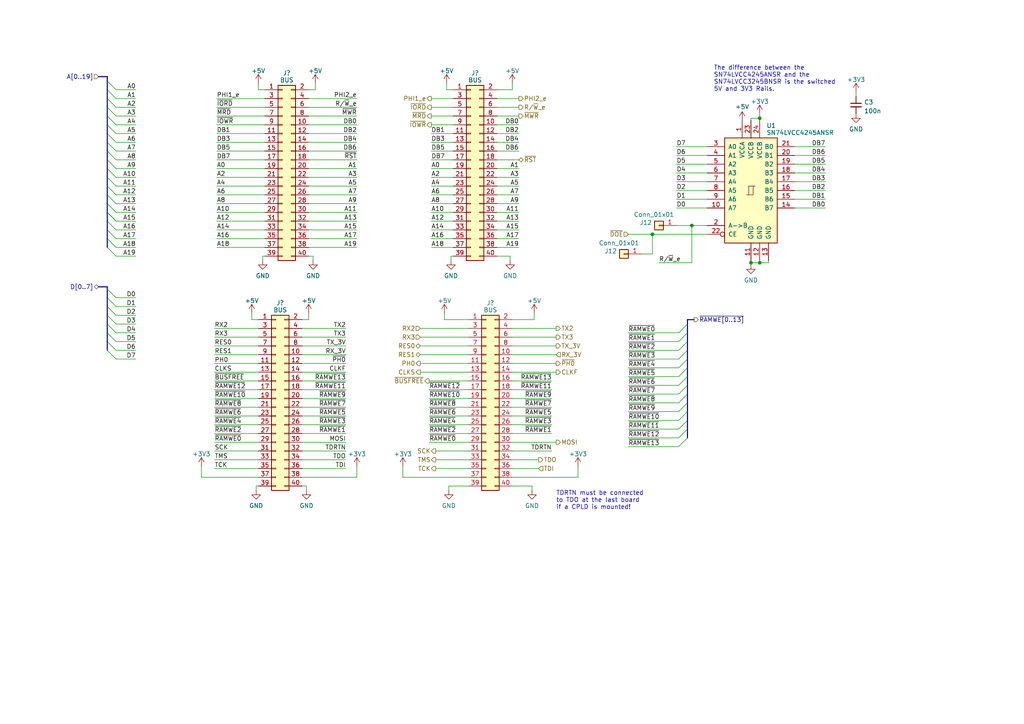
<source format=kicad_sch>
(kicad_sch (version 20230121) (generator eeschema)
  (paper "A4")
  (title_block (title "Unicomp v2 - empty Board") (date "2023-07-06") (rev "v1") (company "100% Offner") (comment 1 "v1: Initial"))
  (lib_symbols
    (symbol "+5V_1" (power) (pin_names (offset 0))
      (property "Value" "+5V_1" (at 0 3.556 0))
      (symbol "+5V_1_0_1"
        (polyline (pts (xy -0.762 1.27) (xy 0 2.54)))
        (polyline (pts (xy 0 0) (xy 0 2.54)))
        (polyline (pts (xy 0 2.54) (xy 0.762 1.27)))
      )
      (symbol "+5V_1_1_1"
        (pin power_in line (at 0 0 90) (length 0) hide (name "+5V") (number "1"))
      )
    )
    (symbol "Connector_Generic:Conn_01x01" (pin_names (offset 1.016) hide)
      (property "Reference" "J" (at 0 2.54 0))
      (property "Value" "Conn_01x01" (at 0 -2.54 0))
      (symbol "Conn_01x01_1_1"
        (rectangle (start -1.27 0.127) (end 0 -0.127) (stroke (width 0.1524)))
        (rectangle (start -1.27 1.27) (end 1.27 -1.27) (stroke (width 0.254)) (fill (type background)))
        (pin passive line (at -5.08 0 0) (length 3.81) (name "Pin_1") (number "1"))
      )
    )
    (symbol "Connector_Generic:Conn_02x20_Odd_Even" (pin_names (offset 1.016) hide)
      (property "Reference" "J" (at 1.27 25.4 0))
      (property "Value" "Conn_02x20_Odd_Even" (at 1.27 -27.94 0))
      (symbol "Conn_02x20_Odd_Even_1_1"
        (rectangle (start -1.27 -25.273) (end 0 -25.527) (stroke (width 0.1524)))
        (rectangle (start -1.27 -22.733) (end 0 -22.987) (stroke (width 0.1524)))
        (rectangle (start -1.27 -20.193) (end 0 -20.447) (stroke (width 0.1524)))
        (rectangle (start -1.27 -17.653) (end 0 -17.907) (stroke (width 0.1524)))
        (rectangle (start -1.27 -15.113) (end 0 -15.367) (stroke (width 0.1524)))
        (rectangle (start -1.27 -12.573) (end 0 -12.827) (stroke (width 0.1524)))
        (rectangle (start -1.27 -10.033) (end 0 -10.287) (stroke (width 0.1524)))
        (rectangle (start -1.27 -7.493) (end 0 -7.747) (stroke (width 0.1524)))
        (rectangle (start -1.27 -4.953) (end 0 -5.207) (stroke (width 0.1524)))
        (rectangle (start -1.27 -2.413) (end 0 -2.667) (stroke (width 0.1524)))
        (rectangle (start -1.27 0.127) (end 0 -0.127) (stroke (width 0.1524)))
        (rectangle (start -1.27 2.667) (end 0 2.413) (stroke (width 0.1524)))
        (rectangle (start -1.27 5.207) (end 0 4.953) (stroke (width 0.1524)))
        (rectangle (start -1.27 7.747) (end 0 7.493) (stroke (width 0.1524)))
        (rectangle (start -1.27 10.287) (end 0 10.033) (stroke (width 0.1524)))
        (rectangle (start -1.27 12.827) (end 0 12.573) (stroke (width 0.1524)))
        (rectangle (start -1.27 15.367) (end 0 15.113) (stroke (width 0.1524)))
        (rectangle (start -1.27 17.907) (end 0 17.653) (stroke (width 0.1524)))
        (rectangle (start -1.27 20.447) (end 0 20.193) (stroke (width 0.1524)))
        (rectangle (start -1.27 22.987) (end 0 22.733) (stroke (width 0.1524)))
        (rectangle (start -1.27 24.13) (end 3.81 -26.67) (stroke (width 0.254)) (fill (type background)))
        (rectangle (start 3.81 -25.273) (end 2.54 -25.527) (stroke (width 0.1524)))
        (rectangle (start 3.81 -22.733) (end 2.54 -22.987) (stroke (width 0.1524)))
        (rectangle (start 3.81 -20.193) (end 2.54 -20.447) (stroke (width 0.1524)))
        (rectangle (start 3.81 -17.653) (end 2.54 -17.907) (stroke (width 0.1524)))
        (rectangle (start 3.81 -15.113) (end 2.54 -15.367) (stroke (width 0.1524)))
        (rectangle (start 3.81 -12.573) (end 2.54 -12.827) (stroke (width 0.1524)))
        (rectangle (start 3.81 -10.033) (end 2.54 -10.287) (stroke (width 0.1524)))
        (rectangle (start 3.81 -7.493) (end 2.54 -7.747) (stroke (width 0.1524)))
        (rectangle (start 3.81 -4.953) (end 2.54 -5.207) (stroke (width 0.1524)))
        (rectangle (start 3.81 -2.413) (end 2.54 -2.667) (stroke (width 0.1524)))
        (rectangle (start 3.81 0.127) (end 2.54 -0.127) (stroke (width 0.1524)))
        (rectangle (start 3.81 2.667) (end 2.54 2.413) (stroke (width 0.1524)))
        (rectangle (start 3.81 5.207) (end 2.54 4.953) (stroke (width 0.1524)))
        (rectangle (start 3.81 7.747) (end 2.54 7.493) (stroke (width 0.1524)))
        (rectangle (start 3.81 10.287) (end 2.54 10.033) (stroke (width 0.1524)))
        (rectangle (start 3.81 12.827) (end 2.54 12.573) (stroke (width 0.1524)))
        (rectangle (start 3.81 15.367) (end 2.54 15.113) (stroke (width 0.1524)))
        (rectangle (start 3.81 17.907) (end 2.54 17.653) (stroke (width 0.1524)))
        (rectangle (start 3.81 20.447) (end 2.54 20.193) (stroke (width 0.1524)))
        (rectangle (start 3.81 22.987) (end 2.54 22.733) (stroke (width 0.1524)))
        (pin passive line (at -5.08 22.86 0) (length 3.81) (name "Pin_1") (number "1"))
        (pin passive line (at 7.62 12.7 180) (length 3.81) (name "Pin_10") (number "10"))
        (pin passive line (at -5.08 10.16 0) (length 3.81) (name "Pin_11") (number "11"))
        (pin passive line (at 7.62 10.16 180) (length 3.81) (name "Pin_12") (number "12"))
        (pin passive line (at -5.08 7.62 0) (length 3.81) (name "Pin_13") (number "13"))
        (pin passive line (at 7.62 7.62 180) (length 3.81) (name "Pin_14") (number "14"))
        (pin passive line (at -5.08 5.08 0) (length 3.81) (name "Pin_15") (number "15"))
        (pin passive line (at 7.62 5.08 180) (length 3.81) (name "Pin_16") (number "16"))
        (pin passive line (at -5.08 2.54 0) (length 3.81) (name "Pin_17") (number "17"))
        (pin passive line (at 7.62 2.54 180) (length 3.81) (name "Pin_18") (number "18"))
        (pin passive line (at -5.08 0 0) (length 3.81) (name "Pin_19") (number "19"))
        (pin passive line (at 7.62 22.86 180) (length 3.81) (name "Pin_2") (number "2"))
        (pin passive line (at 7.62 0 180) (length 3.81) (name "Pin_20") (number "20"))
        (pin passive line (at -5.08 -2.54 0) (length 3.81) (name "Pin_21") (number "21"))
        (pin passive line (at 7.62 -2.54 180) (length 3.81) (name "Pin_22") (number "22"))
        (pin passive line (at -5.08 -5.08 0) (length 3.81) (name "Pin_23") (number "23"))
        (pin passive line (at 7.62 -5.08 180) (length 3.81) (name "Pin_24") (number "24"))
        (pin passive line (at -5.08 -7.62 0) (length 3.81) (name "Pin_25") (number "25"))
        (pin passive line (at 7.62 -7.62 180) (length 3.81) (name "Pin_26") (number "26"))
        (pin passive line (at -5.08 -10.16 0) (length 3.81) (name "Pin_27") (number "27"))
        (pin passive line (at 7.62 -10.16 180) (length 3.81) (name "Pin_28") (number "28"))
        (pin passive line (at -5.08 -12.7 0) (length 3.81) (name "Pin_29") (number "29"))
        (pin passive line (at -5.08 20.32 0) (length 3.81) (name "Pin_3") (number "3"))
        (pin passive line (at 7.62 -12.7 180) (length 3.81) (name "Pin_30") (number "30"))
        (pin passive line (at -5.08 -15.24 0) (length 3.81) (name "Pin_31") (number "31"))
        (pin passive line (at 7.62 -15.24 180) (length 3.81) (name "Pin_32") (number "32"))
        (pin passive line (at -5.08 -17.78 0) (length 3.81) (name "Pin_33") (number "33"))
        (pin passive line (at 7.62 -17.78 180) (length 3.81) (name "Pin_34") (number "34"))
        (pin passive line (at -5.08 -20.32 0) (length 3.81) (name "Pin_35") (number "35"))
        (pin passive line (at 7.62 -20.32 180) (length 3.81) (name "Pin_36") (number "36"))
        (pin passive line (at -5.08 -22.86 0) (length 3.81) (name "Pin_37") (number "37"))
        (pin passive line (at 7.62 -22.86 180) (length 3.81) (name "Pin_38") (number "38"))
        (pin passive line (at -5.08 -25.4 0) (length 3.81) (name "Pin_39") (number "39"))
        (pin passive line (at 7.62 20.32 180) (length 3.81) (name "Pin_4") (number "4"))
        (pin passive line (at 7.62 -25.4 180) (length 3.81) (name "Pin_40") (number "40"))
        (pin passive line (at -5.08 17.78 0) (length 3.81) (name "Pin_5") (number "5"))
        (pin passive line (at 7.62 17.78 180) (length 3.81) (name "Pin_6") (number "6"))
        (pin passive line (at -5.08 15.24 0) (length 3.81) (name "Pin_7") (number "7"))
        (pin passive line (at 7.62 15.24 180) (length 3.81) (name "Pin_8") (number "8"))
        (pin passive line (at -5.08 12.7 0) (length 3.81) (name "Pin_9") (number "9"))
      )
    )
    (symbol "Device:C_Small" (pin_numbers hide) (pin_names (offset 0.254) hide)
      (property "Reference" "C" (at 0.254 1.778 0))
      (property "Value" "C_Small" (at 0.254 -2.032 0))
      (symbol "C_Small_0_1"
        (polyline (pts (xy -1.524 -0.508) (xy 1.524 -0.508)) (stroke (width 0.3302)))
        (polyline (pts (xy -1.524 0.508) (xy 1.524 0.508)) (stroke (width 0.3048)))
      )
      (symbol "C_Small_1_1"
        (pin passive line (at 0 2.54 270) (length 2.032) (name "~") (number "1"))
        (pin passive line (at 0 -2.54 90) (length 2.032) (name "~") (number "2"))
      )
    )
    (symbol "my_ics_new:74LVC4245" (pin_names (offset 1.016))
      (property "Reference" "U" (at -7.62 19.05 0))
      (property "Value" "74LVC4245" (at -10.16 16.51 0))
      (symbol "74LVC4245_1_0"
        (polyline (pts (xy -0.635 -1.27) (xy -0.635 1.27) (xy 0.635 1.27)))
        (polyline (pts (xy -1.27 -1.27) (xy 0.635 -1.27) (xy 0.635 1.27) (xy 1.27 1.27)))
        (pin power_in line (at -2.54 20.32 270) (length 5.08) (name "VCCA") (number "1"))
        (pin tri_state line (at -12.7 -5.08 0) (length 5.08) (name "A7") (number "10"))
        (pin power_in line (at 0 -20.32 90) (length 5.08) (name "GND") (number "11"))
        (pin power_in line (at 2.54 -20.32 90) (length 5.08) (name "GND") (number "12"))
        (pin power_in line (at 5.08 -20.32 90) (length 5.08) (name "GND") (number "13"))
        (pin tri_state line (at 12.7 -5.08 180) (length 5.08) (name "B7") (number "14"))
        (pin tri_state line (at 12.7 -2.54 180) (length 5.08) (name "B6") (number "15"))
        (pin tri_state line (at 12.7 0 180) (length 5.08) (name "B5") (number "16"))
        (pin tri_state line (at 12.7 2.54 180) (length 5.08) (name "B4") (number "17"))
        (pin tri_state line (at 12.7 5.08 180) (length 5.08) (name "B3") (number "18"))
        (pin tri_state line (at 12.7 7.62 180) (length 5.08) (name "B2") (number "19"))
        (pin input line (at -12.7 -10.16 0) (length 5.08) (name "A->B") (number "2"))
        (pin tri_state line (at 12.7 10.16 180) (length 5.08) (name "B1") (number "20"))
        (pin tri_state line (at 12.7 12.7 180) (length 5.08) (name "B0") (number "21"))
        (pin input inverted (at -12.7 -12.7 0) (length 5.08) (name "CE") (number "22"))
        (pin power_in line (at 0 20.32 270) (length 5.08) (name "VCCB") (number "23"))
        (pin power_in line (at 2.54 20.32 270) (length 5.08) (name "VCCB") (number "24"))
        (pin tri_state line (at -12.7 12.7 0) (length 5.08) (name "A0") (number "3"))
        (pin tri_state line (at -12.7 10.16 0) (length 5.08) (name "A1") (number "4"))
        (pin tri_state line (at -12.7 7.62 0) (length 5.08) (name "A2") (number "5"))
        (pin tri_state line (at -12.7 5.08 0) (length 5.08) (name "A3") (number "6"))
        (pin tri_state line (at -12.7 2.54 0) (length 5.08) (name "A4") (number "7"))
        (pin tri_state line (at -12.7 0 0) (length 5.08) (name "A5") (number "8"))
        (pin tri_state line (at -12.7 -2.54 0) (length 5.08) (name "A6") (number "9"))
      )
      (symbol "74LVC4245_1_1"
        (rectangle (start -7.62 15.24) (end 7.62 -15.24) (stroke (width 0.254)) (fill (type background)))
      )
    )
    (symbol "power:+3V3" (power) (pin_names (offset 0))
      (property "Value" "+3V3" (at 0 3.556 0))
      (symbol "+3V3_0_1"
        (polyline (pts (xy -0.762 1.27) (xy 0 2.54)))
        (polyline (pts (xy 0 0) (xy 0 2.54)))
        (polyline (pts (xy 0 2.54) (xy 0.762 1.27)))
      )
      (symbol "+3V3_1_1"
        (pin power_in line (at 0 0 90) (length 0) hide (name "+3V3") (number "1"))
      )
    )
    (symbol "power:+5V" (power) (pin_names (offset 0))
      (property "Value" "+5V" (at 0 3.556 0))
      (symbol "+5V_0_1"
        (polyline (pts (xy -0.762 1.27) (xy 0 2.54)))
        (polyline (pts (xy 0 0) (xy 0 2.54)))
        (polyline (pts (xy 0 2.54) (xy 0.762 1.27)))
      )
      (symbol "+5V_1_1"
        (pin power_in line (at 0 0 90) (length 0) hide (name "+5V") (number "1"))
      )
    )
    (symbol "power:GND" (power) (pin_names (offset 0))
      (property "Value" "GND" (at 0 -3.81 0))
      (symbol "GND_0_1"
        (polyline (pts (xy 0 0) (xy 0 -1.27) (xy 1.27 -1.27) (xy 0 -2.54) (xy -1.27 -1.27) (xy 0 -1.27)))
      )
      (symbol "GND_1_1"
        (pin power_in line (at 0 0 270) (length 0) hide (name "GND") (number "1"))
      )
    )
  )
  (junction (at 220.345 34.29))
  (junction (at 217.805 76.2))
  (junction (at 220.345 76.2))
  (junction (at 200.66 65.405))
  (junction (at 189.23 67.945))
  (bus_entry (at 199.39 114.3) (size -2.54 2.54))
  (bus_entry (at 31.115 56.515) (size 2.54 2.54))
  (bus_entry (at 31.115 48.895) (size 2.54 2.54))
  (bus_entry (at 31.115 33.655) (size 2.54 2.54))
  (bus_entry (at 199.39 106.68) (size -2.54 2.54))
  (bus_entry (at 199.39 104.14) (size -2.54 2.54))
  (bus_entry (at 199.39 99.06) (size -2.54 2.54))
  (bus_entry (at 31.115 61.595) (size 2.54 2.54))
  (bus_entry (at 31.115 71.755) (size 2.54 2.54))
  (bus_entry (at 31.115 91.44) (size 2.54 2.54))
  (bus_entry (at 31.115 83.82) (size 2.54 2.54))
  (bus_entry (at 31.115 99.06) (size 2.54 2.54))
  (bus_entry (at 199.39 127) (size -2.54 2.54))
  (bus_entry (at 31.115 36.195) (size 2.54 2.54))
  (bus_entry (at 31.115 23.495) (size 2.54 2.54))
  (bus_entry (at 31.115 66.675) (size 2.54 2.54))
  (bus_entry (at 31.115 53.975) (size 2.54 2.54))
  (bus_entry (at 199.39 101.6) (size -2.54 2.54))
  (bus_entry (at 31.115 43.815) (size 2.54 2.54))
  (bus_entry (at 31.115 86.36) (size 2.54 2.54))
  (bus_entry (at 31.115 41.275) (size 2.54 2.54))
  (bus_entry (at 31.115 46.355) (size 2.54 2.54))
  (bus_entry (at 31.115 38.735) (size 2.54 2.54))
  (bus_entry (at 199.39 93.98) (size -2.54 2.54))
  (bus_entry (at 31.115 31.115) (size 2.54 2.54))
  (bus_entry (at 31.115 28.575) (size 2.54 2.54))
  (bus_entry (at 199.39 116.84) (size -2.54 2.54))
  (bus_entry (at 199.39 111.76) (size -2.54 2.54))
  (bus_entry (at 199.39 109.22) (size -2.54 2.54))
  (bus_entry (at 199.39 119.38) (size -2.54 2.54))
  (bus_entry (at 31.115 96.52) (size 2.54 2.54))
  (bus_entry (at 31.115 26.035) (size 2.54 2.54))
  (bus_entry (at 31.115 88.9) (size 2.54 2.54))
  (bus_entry (at 199.39 96.52) (size -2.54 2.54))
  (bus_entry (at 31.115 51.435) (size 2.54 2.54))
  (bus_entry (at 31.115 61.595) (size 2.54 2.54))
  (bus_entry (at 31.115 69.215) (size 2.54 2.54))
  (bus_entry (at 199.39 124.46) (size -2.54 2.54))
  (bus_entry (at 31.115 59.055) (size 2.54 2.54))
  (bus_entry (at 199.39 121.92) (size -2.54 2.54))
  (bus_entry (at 31.115 93.98) (size 2.54 2.54))
  (bus_entry (at 31.115 64.135) (size 2.54 2.54))
  (bus_entry (at 31.115 101.6) (size 2.54 2.54))
  (wire (pts (xy 182.245 99.06) (xy 196.85 99.06)))
  (wire (pts (xy 76.2 75.565) (xy 76.2 74.295)))
  (bus (pts (xy 199.39 124.46) (xy 199.39 127)))
  (wire (pts (xy 144.145 59.055) (xy 150.495 59.055)))
  (wire (pts (xy 39.37 91.44) (xy 33.655 91.44)))
  (wire (pts (xy 220.345 34.29) (xy 220.345 34.925)))
  (wire (pts (xy 217.805 76.835) (xy 217.805 76.2)))
  (wire (pts (xy 87.63 120.65) (xy 100.33 120.65)))
  (wire (pts (xy 121.92 105.41) (xy 135.89 105.41)))
  (bus (pts (xy 31.115 91.44) (xy 31.115 88.9)))
  (bus (pts (xy 31.115 31.115) (xy 31.115 28.575)))
  (wire (pts (xy 124.46 125.73) (xy 135.89 125.73)))
  (wire (pts (xy 121.92 97.79) (xy 135.89 97.79)))
  (wire (pts (xy 62.865 51.435) (xy 76.835 51.435)))
  (wire (pts (xy 148.59 130.81) (xy 160.02 130.81)))
  (wire (pts (xy 73.025 90.805) (xy 73.025 92.71)))
  (wire (pts (xy 62.23 123.19) (xy 74.93 123.19)))
  (wire (pts (xy 39.37 104.14) (xy 33.655 104.14)))
  (wire (pts (xy 189.23 67.945) (xy 205.105 67.945)))
  (wire (pts (xy 125.095 33.655) (xy 131.445 33.655)))
  (wire (pts (xy 124.46 113.03) (xy 135.89 113.03)))
  (wire (pts (xy 62.865 48.895) (xy 76.835 48.895)))
  (wire (pts (xy 74.295 140.97) (xy 74.93 140.97)))
  (wire (pts (xy 220.345 76.2) (xy 222.885 76.2)))
  (wire (pts (xy 144.145 33.655) (xy 150.495 33.655)))
  (wire (pts (xy 116.84 138.43) (xy 135.89 138.43)))
  (wire (pts (xy 62.23 115.57) (xy 74.93 115.57)))
  (bus (pts (xy 199.39 111.76) (xy 199.39 114.3)))
  (wire (pts (xy 90.805 74.295) (xy 89.535 74.295)))
  (wire (pts (xy 62.865 38.735) (xy 76.835 38.735)))
  (wire (pts (xy 196.215 47.625) (xy 205.105 47.625)))
  (wire (pts (xy 182.245 109.22) (xy 196.85 109.22)))
  (wire (pts (xy 87.63 105.41) (xy 100.33 105.41)))
  (wire (pts (xy 124.46 118.11) (xy 135.89 118.11)))
  (bus (pts (xy 199.39 121.92) (xy 199.39 124.46)))
  (wire (pts (xy 148.59 105.41) (xy 161.29 105.41)))
  (wire (pts (xy 39.37 69.215) (xy 33.655 69.215)))
  (wire (pts (xy 125.095 43.815) (xy 131.445 43.815)))
  (wire (pts (xy 89.535 56.515) (xy 103.505 56.515)))
  (wire (pts (xy 130.175 142.24) (xy 130.175 140.97)))
  (wire (pts (xy 124.46 123.19) (xy 135.89 123.19)))
  (wire (pts (xy 126.365 130.81) (xy 135.89 130.81)))
  (wire (pts (xy 62.865 43.815) (xy 76.835 43.815)))
  (wire (pts (xy 144.145 48.895) (xy 150.495 48.895)))
  (wire (pts (xy 182.245 67.945) (xy 189.23 67.945)))
  (wire (pts (xy 144.145 31.115) (xy 150.495 31.115)))
  (wire (pts (xy 130.81 74.295) (xy 131.445 74.295)))
  (wire (pts (xy 124.46 110.49) (xy 135.89 110.49)))
  (wire (pts (xy 182.245 106.68) (xy 196.85 106.68)))
  (wire (pts (xy 125.095 71.755) (xy 131.445 71.755)))
  (wire (pts (xy 182.245 129.54) (xy 196.85 129.54)))
  (wire (pts (xy 148.59 125.73) (xy 160.02 125.73)))
  (wire (pts (xy 182.245 111.76) (xy 196.85 111.76)))
  (wire (pts (xy 87.63 128.27) (xy 100.33 128.27)))
  (wire (pts (xy 148.59 95.25) (xy 161.29 95.25)))
  (wire (pts (xy 144.145 28.575) (xy 150.495 28.575)))
  (bus (pts (xy 31.115 99.06) (xy 31.115 96.52)))
  (wire (pts (xy 89.535 48.895) (xy 103.505 48.895)))
  (wire (pts (xy 182.245 114.3) (xy 196.85 114.3)))
  (wire (pts (xy 147.955 74.295) (xy 144.145 74.295)))
  (bus (pts (xy 31.115 88.9) (xy 31.115 86.36)))
  (wire (pts (xy 125.095 69.215) (xy 131.445 69.215)))
  (wire (pts (xy 125.095 36.195) (xy 131.445 36.195)))
  (bus (pts (xy 199.39 104.14) (xy 199.39 106.68)))
  (wire (pts (xy 148.59 118.11) (xy 160.02 118.11)))
  (wire (pts (xy 39.37 36.195) (xy 33.655 36.195)))
  (wire (pts (xy 125.095 51.435) (xy 131.445 51.435)))
  (wire (pts (xy 217.805 76.2) (xy 217.805 75.565)))
  (wire (pts (xy 154.305 142.24) (xy 154.305 140.97)))
  (wire (pts (xy 39.37 56.515) (xy 33.655 56.515)))
  (wire (pts (xy 62.865 46.355) (xy 76.835 46.355)))
  (wire (pts (xy 182.245 124.46) (xy 196.85 124.46)))
  (bus (pts (xy 31.115 64.135) (xy 31.115 61.595)))
  (wire (pts (xy 39.37 61.595) (xy 33.655 61.595)))
  (wire (pts (xy 89.535 71.755) (xy 103.505 71.755)))
  (wire (pts (xy 89.535 92.71) (xy 87.63 92.71)))
  (wire (pts (xy 39.37 51.435) (xy 33.655 51.435)))
  (wire (pts (xy 144.145 61.595) (xy 150.495 61.595)))
  (wire (pts (xy 39.37 48.895) (xy 33.655 48.895)))
  (bus (pts (xy 31.115 43.815) (xy 31.115 41.275)))
  (wire (pts (xy 87.63 110.49) (xy 100.33 110.49)))
  (wire (pts (xy 144.145 69.215) (xy 150.495 69.215)))
  (wire (pts (xy 147.955 75.565) (xy 147.955 74.295)))
  (bus (pts (xy 31.115 86.36) (xy 31.115 83.82)))
  (wire (pts (xy 39.37 88.9) (xy 33.655 88.9)))
  (wire (pts (xy 87.63 102.87) (xy 100.33 102.87)))
  (wire (pts (xy 196.215 45.085) (xy 205.105 45.085)))
  (wire (pts (xy 128.905 90.805) (xy 128.905 92.71)))
  (wire (pts (xy 230.505 45.085) (xy 239.395 45.085)))
  (bus (pts (xy 31.115 69.215) (xy 31.115 66.675)))
  (wire (pts (xy 39.37 46.355) (xy 33.655 46.355)))
  (wire (pts (xy 39.37 96.52) (xy 33.655 96.52)))
  (wire (pts (xy 39.37 38.735) (xy 33.655 38.735)))
  (wire (pts (xy 148.59 97.79) (xy 161.29 97.79)))
  (wire (pts (xy 39.37 33.655) (xy 33.655 33.655)))
  (wire (pts (xy 148.59 135.89) (xy 156.21 135.89)))
  (bus (pts (xy 199.39 119.38) (xy 199.39 121.92)))
  (wire (pts (xy 196.215 57.785) (xy 205.105 57.785)))
  (wire (pts (xy 217.805 34.29) (xy 220.345 34.29)))
  (wire (pts (xy 62.23 95.25) (xy 74.93 95.25)))
  (wire (pts (xy 121.92 100.33) (xy 135.89 100.33)))
  (bus (pts (xy 31.115 38.735) (xy 31.115 36.195)))
  (wire (pts (xy 91.44 26.035) (xy 89.535 26.035)))
  (wire (pts (xy 87.63 135.89) (xy 100.33 135.89)))
  (wire (pts (xy 148.59 113.03) (xy 160.02 113.03)))
  (wire (pts (xy 62.23 135.89) (xy 74.93 135.89)))
  (wire (pts (xy 230.505 57.785) (xy 239.395 57.785)))
  (bus (pts (xy 199.39 114.3) (xy 199.39 116.84)))
  (wire (pts (xy 125.095 28.575) (xy 131.445 28.575)))
  (bus (pts (xy 31.115 93.98) (xy 31.115 91.44)))
  (wire (pts (xy 39.37 43.815) (xy 33.655 43.815)))
  (wire (pts (xy 88.9 140.97) (xy 87.63 140.97)))
  (wire (pts (xy 125.095 48.895) (xy 131.445 48.895)))
  (wire (pts (xy 189.23 73.66) (xy 189.23 67.945)))
  (wire (pts (xy 144.145 41.275) (xy 150.495 41.275)))
  (wire (pts (xy 144.145 51.435) (xy 150.495 51.435)))
  (wire (pts (xy 126.365 133.35) (xy 135.89 133.35)))
  (wire (pts (xy 125.095 66.675) (xy 131.445 66.675)))
  (wire (pts (xy 62.865 66.675) (xy 76.835 66.675)))
  (wire (pts (xy 144.145 64.135) (xy 150.495 64.135)))
  (wire (pts (xy 90.805 75.565) (xy 90.805 74.295)))
  (wire (pts (xy 87.63 123.19) (xy 100.33 123.19)))
  (wire (pts (xy 124.46 115.57) (xy 135.89 115.57)))
  (bus (pts (xy 31.115 51.435) (xy 31.115 48.895)))
  (wire (pts (xy 148.59 133.35) (xy 156.21 133.35)))
  (wire (pts (xy 62.23 125.73) (xy 74.93 125.73)))
  (wire (pts (xy 125.095 41.275) (xy 131.445 41.275)))
  (bus (pts (xy 31.115 53.975) (xy 31.115 51.435)))
  (wire (pts (xy 125.095 59.055) (xy 131.445 59.055)))
  (wire (pts (xy 39.37 64.135) (xy 33.655 64.135)))
  (bus (pts (xy 199.39 93.98) (xy 199.39 96.52)))
  (wire (pts (xy 182.245 116.84) (xy 196.85 116.84)))
  (bus (pts (xy 31.115 71.755) (xy 31.115 69.215)))
  (wire (pts (xy 89.535 61.595) (xy 103.505 61.595)))
  (wire (pts (xy 167.64 135.255) (xy 167.64 138.43)))
  (bus (pts (xy 31.115 48.895) (xy 31.115 46.355)))
  (wire (pts (xy 62.865 59.055) (xy 76.835 59.055)))
  (wire (pts (xy 39.37 99.06) (xy 33.655 99.06)))
  (wire (pts (xy 125.095 56.515) (xy 131.445 56.515)))
  (bus (pts (xy 31.115 28.575) (xy 31.115 26.035)))
  (wire (pts (xy 148.59 123.19) (xy 160.02 123.19)))
  (wire (pts (xy 121.92 107.95) (xy 135.89 107.95)))
  (wire (pts (xy 148.59 26.035) (xy 144.145 26.035)))
  (wire (pts (xy 62.23 97.79) (xy 74.93 97.79)))
  (wire (pts (xy 39.37 86.36) (xy 33.655 86.36)))
  (bus (pts (xy 31.115 83.185) (xy 28.575 83.185)))
  (wire (pts (xy 148.59 107.95) (xy 161.29 107.95)))
  (wire (pts (xy 62.865 64.135) (xy 76.835 64.135)))
  (wire (pts (xy 62.23 130.81) (xy 74.93 130.81)))
  (wire (pts (xy 89.535 51.435) (xy 103.505 51.435)))
  (wire (pts (xy 62.865 41.275) (xy 76.835 41.275)))
  (wire (pts (xy 196.215 42.545) (xy 205.105 42.545)))
  (wire (pts (xy 73.025 92.71) (xy 74.93 92.71)))
  (wire (pts (xy 89.535 59.055) (xy 103.505 59.055)))
  (wire (pts (xy 217.805 76.2) (xy 220.345 76.2)))
  (wire (pts (xy 89.535 46.355) (xy 103.505 46.355)))
  (wire (pts (xy 128.905 92.71) (xy 135.89 92.71)))
  (wire (pts (xy 148.59 100.33) (xy 161.29 100.33)))
  (bus (pts (xy 199.39 99.06) (xy 199.39 101.6)))
  (wire (pts (xy 129.54 24.13) (xy 129.54 26.035)))
  (bus (pts (xy 201.295 92.71) (xy 199.39 92.71)))
  (wire (pts (xy 39.37 74.295) (xy 33.655 74.295)))
  (wire (pts (xy 89.535 38.735) (xy 103.505 38.735)))
  (wire (pts (xy 230.505 60.325) (xy 239.395 60.325)))
  (wire (pts (xy 124.46 128.27) (xy 135.89 128.27)))
  (wire (pts (xy 89.535 41.275) (xy 103.505 41.275)))
  (wire (pts (xy 62.23 133.35) (xy 74.93 133.35)))
  (wire (pts (xy 62.23 128.27) (xy 74.93 128.27)))
  (wire (pts (xy 182.245 119.38) (xy 196.85 119.38)))
  (wire (pts (xy 58.42 138.43) (xy 74.93 138.43)))
  (wire (pts (xy 230.505 55.245) (xy 239.395 55.245)))
  (wire (pts (xy 182.245 101.6) (xy 196.85 101.6)))
  (wire (pts (xy 62.23 110.49) (xy 74.93 110.49)))
  (wire (pts (xy 196.215 65.405) (xy 200.66 65.405)))
  (bus (pts (xy 31.115 56.515) (xy 31.115 53.975)))
  (wire (pts (xy 222.885 76.2) (xy 222.885 75.565)))
  (wire (pts (xy 39.37 31.115) (xy 33.655 31.115)))
  (bus (pts (xy 199.39 109.22) (xy 199.39 111.76)))
  (wire (pts (xy 230.505 50.165) (xy 239.395 50.165)))
  (wire (pts (xy 148.59 120.65) (xy 160.02 120.65)))
  (wire (pts (xy 125.095 38.735) (xy 131.445 38.735)))
  (wire (pts (xy 74.93 26.035) (xy 76.835 26.035)))
  (wire (pts (xy 74.295 142.24) (xy 74.295 140.97)))
  (wire (pts (xy 124.46 120.65) (xy 135.89 120.65)))
  (wire (pts (xy 200.66 65.405) (xy 205.105 65.405)))
  (wire (pts (xy 89.535 36.195) (xy 103.505 36.195)))
  (bus (pts (xy 31.115 46.355) (xy 31.115 43.815)))
  (wire (pts (xy 89.535 31.115) (xy 103.505 31.115)))
  (bus (pts (xy 199.39 101.6) (xy 199.39 104.14)))
  (wire (pts (xy 230.505 52.705) (xy 239.395 52.705)))
  (wire (pts (xy 87.63 130.81) (xy 100.33 130.81)))
  (wire (pts (xy 144.145 38.735) (xy 150.495 38.735)))
  (wire (pts (xy 230.505 47.625) (xy 239.395 47.625)))
  (wire (pts (xy 144.145 66.675) (xy 150.495 66.675)))
  (wire (pts (xy 89.535 90.805) (xy 89.535 92.71)))
  (wire (pts (xy 200.66 76.2) (xy 200.66 65.405)))
  (wire (pts (xy 130.175 140.97) (xy 135.89 140.97)))
  (wire (pts (xy 182.245 121.92) (xy 196.85 121.92)))
  (wire (pts (xy 196.215 60.325) (xy 205.105 60.325)))
  (wire (pts (xy 148.59 138.43) (xy 167.64 138.43)))
  (wire (pts (xy 148.59 115.57) (xy 160.02 115.57)))
  (wire (pts (xy 144.145 56.515) (xy 150.495 56.515)))
  (wire (pts (xy 87.63 138.43) (xy 103.505 138.43)))
  (wire (pts (xy 62.865 71.755) (xy 76.835 71.755)))
  (bus (pts (xy 199.39 92.71) (xy 199.39 93.98)))
  (wire (pts (xy 217.805 34.925) (xy 217.805 34.29)))
  (wire (pts (xy 76.2 74.295) (xy 76.835 74.295)))
  (wire (pts (xy 87.63 115.57) (xy 100.33 115.57)))
  (wire (pts (xy 62.23 105.41) (xy 74.93 105.41)))
  (wire (pts (xy 220.345 33.02) (xy 220.345 34.29)))
  (wire (pts (xy 182.245 104.14) (xy 196.85 104.14)))
  (wire (pts (xy 62.865 56.515) (xy 76.835 56.515)))
  (wire (pts (xy 186.055 73.66) (xy 189.23 73.66)))
  (wire (pts (xy 88.9 142.24) (xy 88.9 140.97)))
  (wire (pts (xy 62.23 102.87) (xy 74.93 102.87)))
  (wire (pts (xy 148.59 110.49) (xy 160.02 110.49)))
  (wire (pts (xy 148.59 102.87) (xy 161.29 102.87)))
  (wire (pts (xy 154.94 90.805) (xy 154.94 92.71)))
  (wire (pts (xy 62.23 118.11) (xy 74.93 118.11)))
  (wire (pts (xy 39.37 59.055) (xy 33.655 59.055)))
  (wire (pts (xy 196.215 52.705) (xy 205.105 52.705)))
  (bus (pts (xy 199.39 116.84) (xy 199.39 119.38)))
  (wire (pts (xy 230.505 42.545) (xy 239.395 42.545)))
  (wire (pts (xy 91.44 24.13) (xy 91.44 26.035)))
  (wire (pts (xy 87.63 118.11) (xy 100.33 118.11)))
  (wire (pts (xy 144.145 43.815) (xy 150.495 43.815)))
  (wire (pts (xy 89.535 33.655) (xy 103.505 33.655)))
  (wire (pts (xy 144.145 71.755) (xy 150.495 71.755)))
  (wire (pts (xy 62.23 100.33) (xy 74.93 100.33)))
  (wire (pts (xy 121.92 102.87) (xy 135.89 102.87)))
  (wire (pts (xy 39.37 93.98) (xy 33.655 93.98)))
  (wire (pts (xy 62.865 36.195) (xy 76.835 36.195)))
  (wire (pts (xy 103.505 135.255) (xy 103.505 138.43)))
  (wire (pts (xy 39.37 101.6) (xy 33.655 101.6)))
  (bus (pts (xy 31.115 36.195) (xy 31.115 33.655)))
  (wire (pts (xy 87.63 100.33) (xy 100.33 100.33)))
  (wire (pts (xy 144.145 53.975) (xy 150.495 53.975)))
  (wire (pts (xy 182.245 127) (xy 196.85 127)))
  (wire (pts (xy 39.37 41.275) (xy 33.655 41.275)))
  (wire (pts (xy 39.37 28.575) (xy 33.655 28.575)))
  (wire (pts (xy 87.63 107.95) (xy 100.33 107.95)))
  (wire (pts (xy 87.63 95.25) (xy 100.33 95.25)))
  (wire (pts (xy 62.23 120.65) (xy 74.93 120.65)))
  (wire (pts (xy 89.535 66.675) (xy 103.505 66.675)))
  (wire (pts (xy 196.215 55.245) (xy 205.105 55.245)))
  (wire (pts (xy 129.54 26.035) (xy 131.445 26.035)))
  (wire (pts (xy 121.92 95.25) (xy 135.89 95.25)))
  (wire (pts (xy 125.095 53.975) (xy 131.445 53.975)))
  (wire (pts (xy 126.365 135.89) (xy 135.89 135.89)))
  (wire (pts (xy 74.93 24.13) (xy 74.93 26.035)))
  (bus (pts (xy 31.115 59.055) (xy 31.115 56.515)))
  (wire (pts (xy 125.095 64.135) (xy 131.445 64.135)))
  (wire (pts (xy 62.865 69.215) (xy 76.835 69.215)))
  (wire (pts (xy 87.63 125.73) (xy 100.33 125.73)))
  (wire (pts (xy 191.135 76.2) (xy 200.66 76.2)))
  (bus (pts (xy 31.115 41.275) (xy 31.115 38.735)))
  (wire (pts (xy 220.345 76.2) (xy 220.345 75.565)))
  (bus (pts (xy 31.115 26.035) (xy 31.115 23.495)))
  (bus (pts (xy 199.39 96.52) (xy 199.39 99.06)))
  (wire (pts (xy 154.305 140.97) (xy 148.59 140.97)))
  (bus (pts (xy 31.115 61.595) (xy 31.115 59.055)))
  (wire (pts (xy 39.37 71.755) (xy 33.655 71.755)))
  (wire (pts (xy 62.865 28.575) (xy 76.835 28.575)))
  (wire (pts (xy 39.37 66.675) (xy 33.655 66.675)))
  (bus (pts (xy 31.115 23.495) (xy 31.115 22.225)))
  (wire (pts (xy 58.42 135.255) (xy 58.42 138.43)))
  (wire (pts (xy 62.23 107.95) (xy 74.93 107.95)))
  (wire (pts (xy 182.245 96.52) (xy 196.85 96.52)))
  (wire (pts (xy 62.865 53.975) (xy 76.835 53.975)))
  (wire (pts (xy 62.865 33.655) (xy 76.835 33.655)))
  (bus (pts (xy 31.115 96.52) (xy 31.115 93.98)))
  (wire (pts (xy 62.865 31.115) (xy 76.835 31.115)))
  (wire (pts (xy 248.285 26.67) (xy 248.285 27.94)))
  (wire (pts (xy 39.37 26.035) (xy 33.655 26.035)))
  (bus (pts (xy 31.115 83.82) (xy 31.115 83.185)))
  (wire (pts (xy 125.095 31.115) (xy 131.445 31.115)))
  (wire (pts (xy 89.535 53.975) (xy 103.505 53.975)))
  (wire (pts (xy 125.095 61.595) (xy 131.445 61.595)))
  (wire (pts (xy 144.145 36.195) (xy 150.495 36.195)))
  (bus (pts (xy 31.115 101.6) (xy 31.115 99.06)))
  (wire (pts (xy 89.535 64.135) (xy 103.505 64.135)))
  (wire (pts (xy 154.94 92.71) (xy 148.59 92.71)))
  (wire (pts (xy 87.63 133.35) (xy 100.33 133.35)))
  (wire (pts (xy 130.81 75.565) (xy 130.81 74.295)))
  (wire (pts (xy 148.59 128.27) (xy 161.29 128.27)))
  (bus (pts (xy 31.115 66.675) (xy 31.115 64.135)))
  (wire (pts (xy 62.23 113.03) (xy 74.93 113.03)))
  (wire (pts (xy 148.59 24.13) (xy 148.59 26.035)))
  (wire (pts (xy 89.535 28.575) (xy 103.505 28.575)))
  (wire (pts (xy 196.215 50.165) (xy 205.105 50.165)))
  (wire (pts (xy 87.63 97.79) (xy 100.33 97.79)))
  (wire (pts (xy 144.145 46.355) (xy 150.495 46.355)))
  (bus (pts (xy 31.115 22.225) (xy 28.575 22.225)))
  (wire (pts (xy 87.63 113.03) (xy 100.33 113.03)))
  (wire (pts (xy 116.84 135.255) (xy 116.84 138.43)))
  (wire (pts (xy 89.535 69.215) (xy 103.505 69.215)))
  (wire (pts (xy 62.865 61.595) (xy 76.835 61.595)))
  (bus (pts (xy 199.39 106.68) (xy 199.39 109.22)))
  (wire (pts (xy 39.37 53.975) (xy 33.655 53.975)))
  (wire (pts (xy 125.095 46.355) (xy 131.445 46.355)))
  (wire (pts (xy 89.535 43.815) (xy 103.505 43.815)))
  (bus (pts (xy 31.115 33.655) (xy 31.115 31.115)))
  (text "TDRTN must be connected \nto TDO at the last board\nif a CPLD is mounted!" (at 161.29 147.955 0) (effects (font (size 1.27 1.27)) (justify left bottom)))
  (text "The difference between the \nSN74LVCC4245ANSR and the\nSN74LVCC3245BNSR is the switched\n5V and 3V3 Rails." (at 207.01 26.67 0) (effects (font (size 1.27 1.27)) (justify left bottom)))
  (label "~{RAMWE5}" (at 160.02 120.65 180))
  (label "DB0" (at 239.395 60.325 180))
  (label "TDRTN" (at 160.02 130.81 180))
  (label "D0" (at 196.215 60.325 0))
  (label "DB7" (at 62.865 46.355 0))
  (label "DB5" (at 125.095 43.815 0))
  (label "DB4" (at 239.395 50.165 180))
  (label "~{BUSFREE}" (at 62.23 110.49 0))
  (label "A0" (at 39.37 26.035 180))
  (label "~{RAMWE10}" (at 182.245 121.92 0))
  (label "A17" (at 39.37 69.215 180))
  (label "A15" (at 150.495 66.675 180))
  (label "~{RAMWE9}" (at 182.245 119.38 0))
  (label "DB4" (at 103.505 41.275 180))
  (label "A16" (at 62.865 69.215 0))
  (label "A2" (at 125.095 51.435 0))
  (label "DB0" (at 103.505 36.195 180))
  (label "D1" (at 196.215 57.785 0))
  (label "A18" (at 125.095 71.755 0))
  (label "RX3" (at 62.23 97.79 0))
  (label "DB5" (at 239.395 47.625 180))
  (label "A1" (at 150.495 48.895 180))
  (label "RES0" (at 62.23 100.33 0))
  (label "~{RAMWE3}" (at 182.245 104.14 0))
  (label "A14" (at 125.095 66.675 0))
  (label "D5" (at 196.215 47.625 0))
  (label "DB1" (at 239.395 57.785 180))
  (label "D2" (at 39.37 91.44 180))
  (label "~{RAMWE1}" (at 160.02 125.73 180))
  (label "~{RAMWE0}" (at 124.46 128.27 0))
  (label "D7" (at 39.37 104.14 180))
  (label "~{RAMWE1}" (at 182.245 99.06 0))
  (label "A5" (at 39.37 38.735 180))
  (label "A15" (at 39.37 64.135 180))
  (label "DB1" (at 125.095 38.735 0))
  (label "A9" (at 39.37 48.895 180))
  (label "~{RAMWE3}" (at 160.02 123.19 180))
  (label "DB4" (at 150.495 41.275 180))
  (label "TX2" (at 100.33 95.25 180))
  (label "RES1" (at 62.23 102.87 0))
  (label "~{RAMWE11}" (at 100.33 113.03 180))
  (label "D5" (at 39.37 99.06 180))
  (label "~{RAMWE11}" (at 160.02 113.03 180))
  (label "~{RAMWE0}" (at 182.245 96.52 0))
  (label "TDO" (at 100.33 133.35 180))
  (label "~{RAMWE13}" (at 160.02 110.49 180))
  (label "A11" (at 39.37 53.975 180))
  (label "PHI1_e" (at 62.865 28.575 0))
  (label "~{RAMWE2}" (at 62.23 125.73 0))
  (label "~{RAMWE7}" (at 100.33 118.11 180))
  (label "A18" (at 62.865 71.755 0))
  (label "DB3" (at 239.395 52.705 180))
  (label "DB7" (at 239.395 42.545 180))
  (label "~{RAMWE4}" (at 182.245 106.68 0))
  (label "A13" (at 150.495 64.135 180))
  (label "A0" (at 62.865 48.895 0))
  (label "~{MWR}" (at 103.505 33.655 180))
  (label "~{RAMWE5}" (at 100.33 120.65 180))
  (label "A15" (at 103.505 66.675 180))
  (label "TDRTN" (at 100.33 130.81 180))
  (label "A10" (at 39.37 51.435 180))
  (label "A5" (at 150.495 53.975 180))
  (label "DB6" (at 239.395 45.085 180))
  (label "TCK" (at 62.23 135.89 0))
  (label "~{RST}" (at 103.505 46.355 180))
  (label "~{RAMWE4}" (at 124.46 123.19 0))
  (label "~{RAMWE6}" (at 182.245 111.76 0))
  (label "~{RAMWE9}" (at 160.02 115.57 180))
  (label "A11" (at 150.495 61.595 180))
  (label "DB3" (at 62.865 41.275 0))
  (label "A19" (at 150.495 71.755 180))
  (label "TX_3V" (at 100.33 100.33 180))
  (label "D0" (at 39.37 86.36 180))
  (label "A7" (at 39.37 43.815 180))
  (label "A4" (at 125.095 53.975 0))
  (label "R{slash}~{W}_e" (at 103.505 31.115 180))
  (label "~{RAMWE8}" (at 182.245 116.84 0))
  (label "~{RAMWE10}" (at 62.23 115.57 0))
  (label "~{PH0}" (at 100.33 105.41 180))
  (label "A10" (at 125.095 61.595 0))
  (label "PHI2_e" (at 103.505 28.575 180))
  (label "~{RAMWE13}" (at 182.245 129.54 0))
  (label "~{RAMWE12}" (at 124.46 113.03 0))
  (label "~{RAMWE6}" (at 124.46 120.65 0))
  (label "A8" (at 125.095 59.055 0))
  (label "~{RAMWE8}" (at 62.23 118.11 0))
  (label "~{RAMWE9}" (at 100.33 115.57 180))
  (label "~{IORD}" (at 62.865 31.115 0))
  (label "D6" (at 196.215 45.085 0))
  (label "A17" (at 103.505 69.215 180))
  (label "A3" (at 150.495 51.435 180))
  (label "A16" (at 125.095 69.215 0))
  (label "A3" (at 39.37 33.655 180))
  (label "DB6" (at 103.505 43.815 180))
  (label "A9" (at 150.495 59.055 180))
  (label "A11" (at 103.505 61.595 180))
  (label "A13" (at 103.505 64.135 180))
  (label "CLKF" (at 100.33 107.95 180))
  (label "~{RAMWE0}" (at 62.23 128.27 0))
  (label "A12" (at 39.37 56.515 180))
  (label "DB7" (at 125.095 46.355 0))
  (label "D1" (at 39.37 88.9 180))
  (label "~{RAMWE10}" (at 124.46 115.57 0))
  (label "D3" (at 39.37 93.98 180))
  (label "~{IOWR}" (at 62.865 36.195 0))
  (label "A4" (at 39.37 36.195 180))
  (label "DB3" (at 125.095 41.275 0))
  (label "~{RAMWE13}" (at 100.33 110.49 180))
  (label "A10" (at 62.865 61.595 0))
  (label "DB2" (at 150.495 38.735 180))
  (label "A7" (at 150.495 56.515 180))
  (label "A14" (at 39.37 61.595 180))
  (label "D4" (at 196.215 50.165 0))
  (label "~{RAMWE6}" (at 62.23 120.65 0))
  (label "MOSI" (at 100.33 128.27 180))
  (label "D7" (at 196.215 42.545 0))
  (label "~{RAMWE12}" (at 62.23 113.03 0))
  (label "A2" (at 39.37 31.115 180))
  (label "A6" (at 125.095 56.515 0))
  (label "~{RAMWE2}" (at 124.46 125.73 0))
  (label "DB6" (at 150.495 43.815 180))
  (label "A8" (at 62.865 59.055 0))
  (label "A14" (at 62.865 66.675 0))
  (label "~{RAMWE3}" (at 100.33 123.19 180))
  (label "A9" (at 103.505 59.055 180))
  (label "A7" (at 103.505 56.515 180))
  (label "A13" (at 39.37 59.055 180))
  (label "A5" (at 103.505 53.975 180))
  (label "A3" (at 103.505 51.435 180))
  (label "DB2" (at 239.395 55.245 180))
  (label "A12" (at 125.095 64.135 0))
  (label "DB5" (at 62.865 43.815 0))
  (label "A18" (at 39.37 71.755 180))
  (label "TDI" (at 100.33 135.89 180))
  (label "A19" (at 103.505 71.755 180))
  (label "~{RAMWE2}" (at 182.245 101.6 0))
  (label "~{RAMWE11}" (at 182.245 124.46 0))
  (label "D3" (at 196.215 52.705 0))
  (label "RX2" (at 62.23 95.25 0))
  (label "~{RAMWE5}" (at 182.245 109.22 0))
  (label "TX3" (at 100.33 97.79 180))
  (label "SCK" (at 62.23 130.81 0))
  (label "~{RAMWE12}" (at 182.245 127 0))
  (label "A0" (at 125.095 48.895 0))
  (label "D6" (at 39.37 101.6 180))
  (label "D4" (at 39.37 96.52 180))
  (label "TMS" (at 62.23 133.35 0))
  (label "RX_3V" (at 100.33 102.87 180))
  (label "DB2" (at 103.505 38.735 180))
  (label "~{MRD}" (at 62.865 33.655 0))
  (label "A17" (at 150.495 69.215 180))
  (label "A6" (at 39.37 41.275 180))
  (label "R{slash}~{W}_e" (at 191.135 76.2 0))
  (label "DB0" (at 150.495 36.195 180))
  (label "~{RAMWE7}" (at 160.02 118.11 180))
  (label "PH0" (at 62.23 105.41 0))
  (label "D2" (at 196.215 55.245 0))
  (label "~{RAMWE1}" (at 100.33 125.73 180))
  (label "A6" (at 62.865 56.515 0))
  (label "A1" (at 103.505 48.895 180))
  (label "A2" (at 62.865 51.435 0))
  (label "A19" (at 39.37 74.295 180))
  (label "CLKS" (at 62.23 107.95 0))
  (label "A12" (at 62.865 64.135 0))
  (label "A4" (at 62.865 53.975 0))
  (label "~{RAMWE4}" (at 62.23 123.19 0))
  (label "A16" (at 39.37 66.675 180))
  (label "~{RAMWE7}" (at 182.245 114.3 0))
  (label "~{RAMWE8}" (at 124.46 118.11 0))
  (label "A8" (at 39.37 46.355 180))
  (label "A1" (at 39.37 28.575 180))
  (label "DB1" (at 62.865 38.735 0))
  (hierarchical_label "~{MRD}" (shape output) (at 125.095 33.655 180))
  (hierarchical_label "TCK" (shape output) (at 126.365 135.89 180))
  (hierarchical_label "RX3" (shape input) (at 121.92 97.79 180))
  (hierarchical_label "CLKS" (shape output) (at 121.92 107.95 180))
  (hierarchical_label "D[0..7]" (shape bidirectional) (at 28.575 83.185 180))
  (hierarchical_label "~{BUSFREE}" (shape output) (at 124.46 110.49 180))
  (hierarchical_label "~{MWR}" (shape output) (at 150.495 33.655 0))
  (hierarchical_label "MOSI" (shape output) (at 161.29 128.27 0))
  (hierarchical_label "~{IOWR}" (shape output) (at 125.095 36.195 180))
  (hierarchical_label "~{IORD}" (shape output) (at 125.095 31.115 180))
  (hierarchical_label "A[0..19]" (shape input) (at 28.575 22.225 180))
  (hierarchical_label "R{slash}~{W}_e" (shape output) (at 150.495 31.115 0))
  (hierarchical_label "RES1" (shape bidirectional) (at 121.92 102.87 180))
  (hierarchical_label "~{PH0}" (shape output) (at 161.29 105.41 0))
  (hierarchical_label "PHI1_e" (shape output) (at 125.095 28.575 180))
  (hierarchical_label "RX_3V" (shape input) (at 161.29 102.87 0))
  (hierarchical_label "TX_3V" (shape output) (at 161.29 100.33 0))
  (hierarchical_label "TX3" (shape output) (at 161.29 97.79 0))
  (hierarchical_label "CLKF" (shape output) (at 161.29 107.95 0))
  (hierarchical_label "TDO" (shape output) (at 156.21 133.35 0))
  (hierarchical_label "TMS" (shape output) (at 126.365 133.35 180))
  (hierarchical_label "TDI" (shape input) (at 156.21 135.89 0))
  (hierarchical_label "PH0" (shape output) (at 121.92 105.41 180))
  (hierarchical_label "RES0" (shape bidirectional) (at 121.92 100.33 180))
  (hierarchical_label "PHI2_e" (shape output) (at 150.495 28.575 0))
  (hierarchical_label "~{DOE}" (shape input) (at 182.245 67.945 180))
  (hierarchical_label "~{RST}" (shape bidirectional) (at 150.495 46.355 0))
  (hierarchical_label "SCK" (shape output) (at 126.365 130.81 180))
  (hierarchical_label "TX2" (shape output) (at 161.29 95.25 0))
  (hierarchical_label "~{RAMWE[0..13]}" (shape output) (at 201.295 92.71 0))
  (hierarchical_label "RX2" (shape input) (at 121.92 95.25 180))
  (symbol (lib_id "power:+5V") (at 128.905 90.805 0) (unit 1)
    (property "Reference" "#PWR?" (effects hide))
    (property "Value" "+5V" (at 128.905 87.2292 0))
    (instances (project "MOS MultiSerial_ram" (path "" (reference "#PWR?") (unit 1)) (path "" (reference "#PWR028") (unit 1))))
  )
  (symbol (lib_id "power:GND") (at 147.955 75.565 0) (unit 1)
    (property "Reference" "#PWR?" (effects hide))
    (property "Value" "GND" (at 147.955 80.0084 0))
    (instances (project "MOS MultiSerial_ram" (path "" (reference "#PWR?") (unit 1)) (path "" (reference "#PWR026") (unit 1))))
  )
  (symbol (lib_id "power:GND") (at 130.175 142.24 0) (unit 1)
    (property "Reference" "#PWR?" (effects hide))
    (property "Value" "GND" (at 130.175 146.6834 0))
    (instances (project "MOS MultiSerial_ram" (path "" (reference "#PWR?") (unit 1)) (path "" (reference "#PWR036") (unit 1))))
  )
  (symbol (lib_id "power:+5V") (at 89.535 90.805 0) (mirror y) (unit 1)
    (property "Reference" "#PWR?" (effects hide))
    (property "Value" "+5V" (at 89.535 87.2292 0))
    (instances (project "MOS MultiSerial_ram" (path "" (reference "#PWR?") (unit 1)) (path "" (reference "#PWR027") (unit 1))))
  )
  (symbol (lib_id "Connector_Generic:Conn_01x01") (at 191.135 65.405 0) (mirror y) (unit 1)
    (property "Reference" "J12" (at 189.103 64.5703 0) (effects (justify left)))
    (property "Value" "Conn_01x01" (at 195.58 62.23 0) (effects (justify left)))
    (property "Footprint" "Connector_PinHeader_2.00mm:PinHeader_1x01_P2.00mm_Vertical" (effects hide))
    (instances (project "MOS MultiSerial_ram" (path "" (reference "J12") (unit 1)) (path "" (reference "J5") (unit 1))))
  )
  (symbol (lib_id "power:+3V3") (at 248.285 26.67 0) (unit 1)
    (property "Reference" "#PWR041" (effects hide))
    (property "Value" "+3V3" (at 248.285 23.0942 0))
    (instances (project "MOS MultiSerial_ram" (path "" (reference "#PWR041") (unit 1)) (path "" (reference "#PWR038") (unit 1))))
  )
  (symbol (lib_id "power:GND") (at 76.2 75.565 0) (unit 1)
    (property "Reference" "#PWR?" (effects hide))
    (property "Value" "GND" (at 76.2 80.0084 0))
    (instances (project "MOS MultiSerial_ram" (path "" (reference "#PWR?") (unit 1)) (path "" (reference "#PWR023") (unit 1))))
  )
  (symbol (lib_id "my_ics_new:74LVC4245") (at 217.805 55.245 0) (unit 1)
    (property "Reference" "U1" (at 222.3009 36.425 0) (effects (justify left)))
    (property "Value" "SN74LVCC4245ANSR" (at 222.3009 38.473 0) (effects (justify left)))
    (property "Footprint" "Package_SO:SO-24_5.3x15mm_P1.27mm" (effects hide))
    (property "Datasheet" "https://www.ti.com/lit/ds/symlink/sn74lvc4245a.pdf" (effects hide))
    (instances (project "MOS MultiSerial_ram" (path "" (reference "U1") (unit 1)) (path "" (reference "U9") (unit 1))))
  )
  (symbol (lib_id "power:GND") (at 154.305 142.24 0) (unit 1)
    (property "Reference" "#PWR?" (effects hide))
    (property "Value" "GND" (at 154.305 146.6834 0))
    (instances (project "MOS MultiSerial_ram" (path "" (reference "#PWR?") (unit 1)) (path "" (reference "#PWR037") (unit 1))))
  )
  (symbol (lib_id "Connector_Generic:Conn_02x20_Odd_Even") (at 136.525 48.895 0) (unit 1)
    (property "Reference" "J?" (at 137.795 21.185 0))
    (property "Value" "BUS" (at 137.795 23.233 0))
    (property "Footprint" "Connector_PinSocket_2.54mm:PinSocket_2x20_P2.54mm_Vertical" (effects hide))
    (instances (project "MOS MultiSerial_ram" (path "" (reference "J?") (unit 1)) (path "" (reference "J3") (unit 1))))
  )
  (symbol (lib_id "power:+3V3") (at 220.345 33.02 0) (unit 1)
    (property "Reference" "#PWR06" (effects hide))
    (property "Value" "+3V3" (at 220.345 29.4442 0))
    (instances (project "MOS MultiSerial_ram" (path "" (reference "#PWR06") (unit 1)) (path "" (reference "#PWR055") (unit 1))))
  )
  (symbol (lib_id "power:+3V3") (at 116.84 135.255 0) (unit 1)
    (property "Reference" "#PWR?" (effects hide))
    (property "Value" "+3V3" (at 116.84 131.6792 0))
    (instances (project "MOS MultiSerial_ram" (path "" (reference "#PWR?") (unit 1)) (path "" (reference "#PWR032") (unit 1))))
  )
  (symbol (lib_id "power:+5V") (at 154.94 90.805 0) (mirror y) (unit 1)
    (property "Reference" "#PWR?" (effects hide))
    (property "Value" "+5V" (at 154.94 87.2292 0))
    (instances (project "MOS MultiSerial_ram" (path "" (reference "#PWR?") (unit 1)) (path "" (reference "#PWR029") (unit 1))))
  )
  (symbol (lib_id "power:+3V3") (at 167.64 135.255 0) (unit 1)
    (property "Reference" "#PWR?" (effects hide))
    (property "Value" "+3V3" (at 167.64 131.6792 0))
    (instances (project "MOS MultiSerial_ram" (path "" (reference "#PWR?") (unit 1)) (path "" (reference "#PWR033") (unit 1))))
  )
  (symbol (lib_id "Connector_Generic:Conn_01x01") (at 180.975 73.66 0) (mirror y) (unit 1)
    (property "Reference" "J12" (at 178.943 72.8253 0) (effects (justify left)))
    (property "Value" "Conn_01x01" (at 185.42 70.485 0) (effects (justify left)))
    (property "Footprint" "Connector_PinHeader_2.00mm:PinHeader_1x01_P2.00mm_Vertical" (effects hide))
    (instances (project "MOS MultiSerial_ram" (path "" (reference "J12") (unit 1)) (path "" (reference "J22") (unit 1))))
  )
  (symbol (lib_name "+5V_1") (lib_id "power:+5V") (at 215.265 34.925 0) (unit 1)
    (property "Reference" "#PWR042" (effects hide))
    (property "Value" "+5V" (at 215.265 30.98 0))
    (instances (project "MOS MultiSerial_ram" (path "" (reference "#PWR042") (unit 1)) (path "" (reference "#PWR057") (unit 1))))
  )
  (symbol (lib_id "Connector_Generic:Conn_02x20_Odd_Even") (at 81.915 48.895 0) (unit 1)
    (property "Reference" "J?" (at 83.185 21.185 0))
    (property "Value" "BUS" (at 83.185 23.233 0))
    (property "Footprint" "Connector_PinSocket_2.54mm:PinSocket_2x20_P2.54mm_Vertical" (effects hide))
    (instances (project "MOS MultiSerial_ram" (path "" (reference "J?") (unit 1)) (path "" (reference "J1") (unit 1))))
  )
  (symbol (lib_id "power:+5V") (at 129.54 24.13 0) (unit 1)
    (property "Reference" "#PWR?" (effects hide))
    (property "Value" "+5V" (at 129.54 20.5542 0))
    (instances (project "MOS MultiSerial_ram" (path "" (reference "#PWR?") (unit 1)) (path "" (reference "#PWR021") (unit 1))))
  )
  (symbol (lib_id "Connector_Generic:Conn_02x20_Odd_Even") (at 140.97 115.57 0) (unit 1)
    (property "Reference" "J?" (at 142.24 87.86 0))
    (property "Value" "BUS" (at 142.24 89.908 0))
    (property "Footprint" "Connector_PinSocket_2.54mm:PinSocket_2x20_P2.54mm_Vertical" (effects hide))
    (instances (project "MOS MultiSerial_ram" (path "" (reference "J?") (unit 1)) (path "" (reference "J4") (unit 1))))
  )
  (symbol (lib_id "power:GND") (at 130.81 75.565 0) (unit 1)
    (property "Reference" "#PWR?" (effects hide))
    (property "Value" "GND" (at 130.81 80.0084 0))
    (instances (project "MOS MultiSerial_ram" (path "" (reference "#PWR?") (unit 1)) (path "" (reference "#PWR025") (unit 1))))
  )
  (symbol (lib_id "power:GND") (at 90.805 75.565 0) (unit 1)
    (property "Reference" "#PWR?" (effects hide))
    (property "Value" "GND" (at 90.805 80.0084 0))
    (instances (project "MOS MultiSerial_ram" (path "" (reference "#PWR?") (unit 1)) (path "" (reference "#PWR024") (unit 1))))
  )
  (symbol (lib_id "power:GND") (at 88.9 142.24 0) (unit 1)
    (property "Reference" "#PWR?" (effects hide))
    (property "Value" "GND" (at 88.9 146.6834 0))
    (instances (project "MOS MultiSerial_ram" (path "" (reference "#PWR?") (unit 1)) (path "" (reference "#PWR035") (unit 1))))
  )
  (symbol (lib_id "Device:C_Small") (at 248.285 30.48 0) (unit 1)
    (property "Reference" "C3" (at 250.6091 29.6516 0) (effects (justify left)))
    (property "Value" "100n" (at 250.6091 32.1885 0) (effects (justify left)))
    (property "Footprint" "Capacitor_SMD:C_1206_3216Metric" (effects hide))
    (instances (project "MOS MultiSerial_ram" (path "" (reference "C3") (unit 1)) (path "" (reference "C4") (unit 1))))
  )
  (symbol (lib_id "power:GND") (at 248.285 33.02 0) (unit 1)
    (property "Reference" "#PWR044" (effects hide))
    (property "Value" "GND" (at 248.285 37.4634 0))
    (instances (project "MOS MultiSerial_ram" (path "" (reference "#PWR044") (unit 1)) (path "" (reference "#PWR056") (unit 1))))
  )
  (symbol (lib_id "power:+5V") (at 74.93 24.13 0) (unit 1)
    (property "Reference" "#PWR?" (effects hide))
    (property "Value" "+5V" (at 74.93 20.5542 0))
    (instances (project "MOS MultiSerial_ram" (path "" (reference "#PWR?") (unit 1)) (path "" (reference "#PWR019") (unit 1))))
  )
  (symbol (lib_id "power:+3V3") (at 58.42 135.255 0) (unit 1)
    (property "Reference" "#PWR?" (effects hide))
    (property "Value" "+3V3" (at 58.42 131.6792 0))
    (instances (project "MOS MultiSerial_ram" (path "" (reference "#PWR?") (unit 1)) (path "" (reference "#PWR030") (unit 1))))
  )
  (symbol (lib_id "power:+5V") (at 91.44 24.13 0) (mirror y) (unit 1)
    (property "Reference" "#PWR?" (effects hide))
    (property "Value" "+5V" (at 91.44 20.5542 0))
    (instances (project "MOS MultiSerial_ram" (path "" (reference "#PWR?") (unit 1)) (path "" (reference "#PWR020") (unit 1))))
  )
  (symbol (lib_id "Connector_Generic:Conn_02x20_Odd_Even") (at 80.01 115.57 0) (unit 1)
    (property "Reference" "J?" (at 81.28 87.86 0))
    (property "Value" "BUS" (at 81.28 89.908 0))
    (property "Footprint" "Connector_PinSocket_2.54mm:PinSocket_2x20_P2.54mm_Vertical" (effects hide))
    (instances (project "MOS MultiSerial_ram" (path "" (reference "J?") (unit 1)) (path "" (reference "J2") (unit 1))))
  )
  (symbol (lib_id "power:GND") (at 217.805 76.835 0) (unit 1)
    (property "Reference" "#PWR055" (effects hide))
    (property "Value" "GND" (at 217.805 81.2784 0))
    (instances (project "MOS MultiSerial_ram" (path "" (reference "#PWR055") (unit 1)) (path "" (reference "#PWR058") (unit 1))))
  )
  (symbol (lib_id "power:+3V3") (at 103.505 135.255 0) (unit 1)
    (property "Reference" "#PWR?" (effects hide))
    (property "Value" "+3V3" (at 103.505 131.6792 0))
    (instances (project "MOS MultiSerial_ram" (path "" (reference "#PWR?") (unit 1)) (path "" (reference "#PWR031") (unit 1))))
  )
  (symbol (lib_id "power:+5V") (at 73.025 90.805 0) (unit 1)
    (property "Reference" "#PWR?" (effects hide))
    (property "Value" "+5V" (at 73.025 87.2292 0))
    (instances (project "MOS MultiSerial_ram" (path "" (reference "#PWR?") (unit 1)) (path "" (reference "#PWR06") (unit 1))))
  )
  (symbol (lib_id "power:+5V") (at 148.59 24.13 0) (mirror y) (unit 1)
    (property "Reference" "#PWR?" (effects hide))
    (property "Value" "+5V" (at 148.59 20.5542 0))
    (instances (project "MOS MultiSerial_ram" (path "" (reference "#PWR?") (unit 1)) (path "" (reference "#PWR022") (unit 1))))
  )
  (symbol (lib_id "power:GND") (at 74.295 142.24 0) (unit 1)
    (property "Reference" "#PWR?" (effects hide))
    (property "Value" "GND" (at 74.295 146.6834 0))
    (instances (project "MOS MultiSerial_ram" (path "" (reference "#PWR?") (unit 1)) (path "" (reference "#PWR034") (unit 1))))
  )
)
</source>
